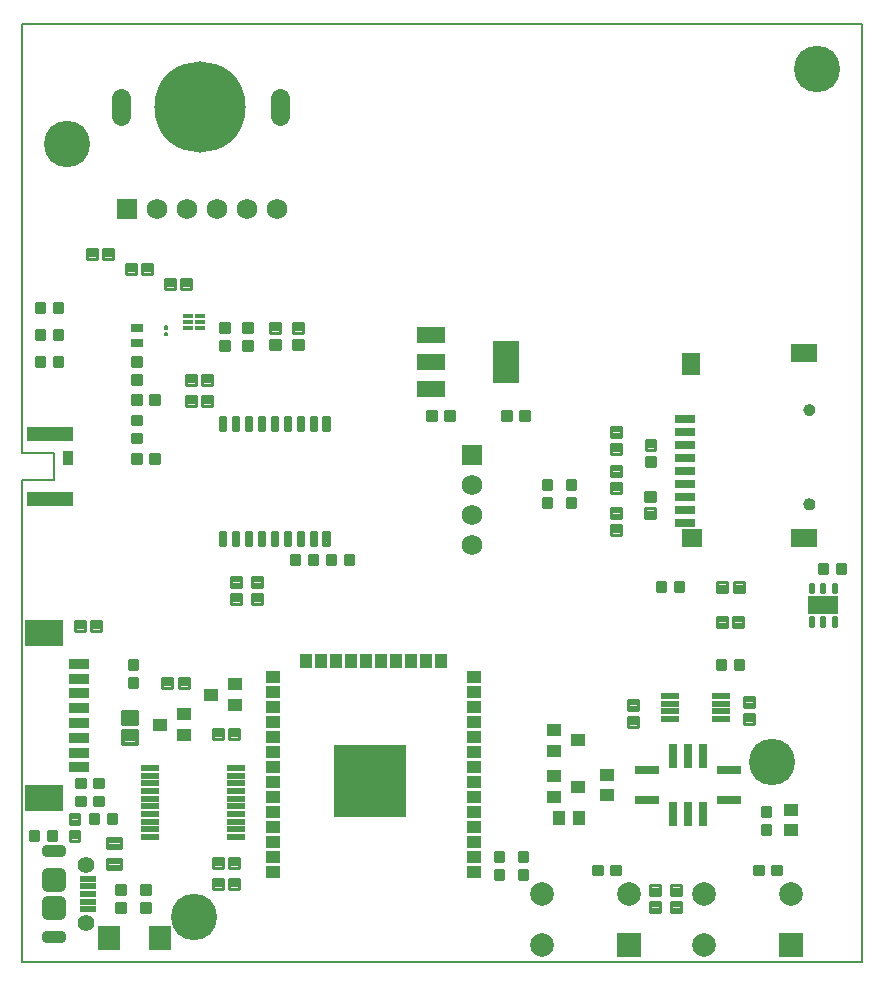
<source format=gts>
G75*
%MOIN*%
%OFA0B0*%
%FSLAX25Y25*%
%IPPOS*%
%LPD*%
%AMOC8*
5,1,8,0,0,1.08239X$1,22.5*
%
%ADD10C,0.00600*%
%ADD11R,0.05124X0.03943*%
%ADD12R,0.03943X0.05124*%
%ADD13R,0.24022X0.24022*%
%ADD14C,0.01027*%
%ADD15R,0.09849X0.06306*%
%ADD16R,0.06699X0.03156*%
%ADD17R,0.06699X0.05912*%
%ADD18R,0.09061X0.05912*%
%ADD19R,0.05912X0.07487*%
%ADD20C,0.00000*%
%ADD21C,0.03943*%
%ADD22C,0.01450*%
%ADD23R,0.03353X0.01581*%
%ADD24R,0.03353X0.05124*%
%ADD25R,0.15361X0.04928*%
%ADD26C,0.00750*%
%ADD27C,0.06400*%
%ADD28C,0.30400*%
%ADD29R,0.12605X0.09061*%
%ADD30R,0.06699X0.03550*%
%ADD31C,0.03940*%
%ADD32R,0.05715X0.01975*%
%ADD33C,0.05550*%
%ADD34C,0.04400*%
%ADD35C,0.01100*%
%ADD36C,0.00975*%
%ADD37R,0.07900X0.07900*%
%ADD38C,0.07900*%
%ADD39R,0.03943X0.03156*%
%ADD40R,0.04900X0.04400*%
%ADD41R,0.09400X0.05400*%
%ADD42R,0.08900X0.14400*%
%ADD43R,0.06306X0.01975*%
%ADD44R,0.07400X0.08400*%
%ADD45C,0.01350*%
%ADD46R,0.08274X0.03156*%
%ADD47R,0.03156X0.08274*%
%ADD48R,0.04731X0.04337*%
%ADD49R,0.04337X0.04731*%
%ADD50C,0.00850*%
%ADD51R,0.06109X0.02172*%
%ADD52R,0.06900X0.06900*%
%ADD53C,0.06900*%
%ADD54C,0.15424*%
D10*
X0011353Y0001400D02*
X0011353Y0161900D01*
X0022103Y0161900D01*
X0022103Y0170900D01*
X0011353Y0170900D01*
X0011353Y0313900D01*
X0291353Y0313900D01*
X0291353Y0001400D01*
X0011353Y0001400D01*
D11*
X0095138Y0031215D03*
X0095138Y0036215D03*
X0095138Y0041215D03*
X0095138Y0046215D03*
X0095138Y0051215D03*
X0095138Y0056215D03*
X0095138Y0061215D03*
X0095138Y0066215D03*
X0095138Y0071215D03*
X0095138Y0076215D03*
X0095138Y0081215D03*
X0095138Y0086215D03*
X0095138Y0091215D03*
X0095138Y0096215D03*
X0162068Y0096215D03*
X0162068Y0091215D03*
X0162068Y0086215D03*
X0162068Y0081215D03*
X0162068Y0076215D03*
X0162068Y0071215D03*
X0162068Y0066215D03*
X0162068Y0061215D03*
X0162068Y0056215D03*
X0162068Y0051215D03*
X0162068Y0046215D03*
X0162068Y0041215D03*
X0162068Y0036215D03*
X0162068Y0031215D03*
D12*
X0151044Y0101687D03*
X0146044Y0101687D03*
X0141044Y0101687D03*
X0136044Y0101687D03*
X0131044Y0101687D03*
X0126044Y0101687D03*
X0121044Y0101687D03*
X0116044Y0101687D03*
X0111044Y0101687D03*
X0106044Y0101687D03*
D13*
X0127264Y0061530D03*
D14*
X0274930Y0113370D02*
X0274930Y0116130D01*
X0274930Y0113370D02*
X0273902Y0113370D01*
X0273902Y0116130D01*
X0274930Y0116130D01*
X0274930Y0114396D02*
X0273902Y0114396D01*
X0273902Y0115422D02*
X0274930Y0115422D01*
X0278867Y0116130D02*
X0278867Y0113370D01*
X0277839Y0113370D01*
X0277839Y0116130D01*
X0278867Y0116130D01*
X0278867Y0114396D02*
X0277839Y0114396D01*
X0277839Y0115422D02*
X0278867Y0115422D01*
X0282804Y0116130D02*
X0282804Y0113370D01*
X0281776Y0113370D01*
X0281776Y0116130D01*
X0282804Y0116130D01*
X0282804Y0114396D02*
X0281776Y0114396D01*
X0281776Y0115422D02*
X0282804Y0115422D01*
X0281776Y0124670D02*
X0281776Y0127430D01*
X0282804Y0127430D01*
X0282804Y0124670D01*
X0281776Y0124670D01*
X0281776Y0125696D02*
X0282804Y0125696D01*
X0282804Y0126722D02*
X0281776Y0126722D01*
X0277839Y0127430D02*
X0277839Y0124670D01*
X0277839Y0127430D02*
X0278867Y0127430D01*
X0278867Y0124670D01*
X0277839Y0124670D01*
X0277839Y0125696D02*
X0278867Y0125696D01*
X0278867Y0126722D02*
X0277839Y0126722D01*
X0273902Y0127430D02*
X0273902Y0124670D01*
X0273902Y0127430D02*
X0274930Y0127430D01*
X0274930Y0124670D01*
X0273902Y0124670D01*
X0273902Y0125696D02*
X0274930Y0125696D01*
X0274930Y0126722D02*
X0273902Y0126722D01*
D15*
X0278353Y0120400D03*
D16*
X0232353Y0147613D03*
X0232353Y0151943D03*
X0232353Y0156274D03*
X0232353Y0160605D03*
X0232353Y0164935D03*
X0232353Y0169266D03*
X0232353Y0173597D03*
X0232353Y0177928D03*
X0232353Y0182258D03*
D17*
X0234715Y0142494D03*
D18*
X0272117Y0142494D03*
X0272117Y0204306D03*
D19*
X0234322Y0200762D03*
D20*
X0271920Y0185408D02*
X0271922Y0185492D01*
X0271928Y0185575D01*
X0271938Y0185658D01*
X0271952Y0185741D01*
X0271969Y0185823D01*
X0271991Y0185904D01*
X0272016Y0185983D01*
X0272045Y0186062D01*
X0272078Y0186139D01*
X0272114Y0186214D01*
X0272154Y0186288D01*
X0272197Y0186360D01*
X0272244Y0186429D01*
X0272294Y0186496D01*
X0272347Y0186561D01*
X0272403Y0186623D01*
X0272461Y0186683D01*
X0272523Y0186740D01*
X0272587Y0186793D01*
X0272654Y0186844D01*
X0272723Y0186891D01*
X0272794Y0186936D01*
X0272867Y0186976D01*
X0272942Y0187013D01*
X0273019Y0187047D01*
X0273097Y0187077D01*
X0273176Y0187103D01*
X0273257Y0187126D01*
X0273339Y0187144D01*
X0273421Y0187159D01*
X0273504Y0187170D01*
X0273587Y0187177D01*
X0273671Y0187180D01*
X0273755Y0187179D01*
X0273838Y0187174D01*
X0273922Y0187165D01*
X0274004Y0187152D01*
X0274086Y0187136D01*
X0274167Y0187115D01*
X0274248Y0187091D01*
X0274326Y0187063D01*
X0274404Y0187031D01*
X0274480Y0186995D01*
X0274554Y0186956D01*
X0274626Y0186914D01*
X0274696Y0186868D01*
X0274764Y0186819D01*
X0274829Y0186767D01*
X0274892Y0186712D01*
X0274952Y0186654D01*
X0275010Y0186593D01*
X0275064Y0186529D01*
X0275116Y0186463D01*
X0275164Y0186395D01*
X0275209Y0186324D01*
X0275250Y0186251D01*
X0275289Y0186177D01*
X0275323Y0186101D01*
X0275354Y0186023D01*
X0275381Y0185944D01*
X0275405Y0185863D01*
X0275424Y0185782D01*
X0275440Y0185700D01*
X0275452Y0185617D01*
X0275460Y0185533D01*
X0275464Y0185450D01*
X0275464Y0185366D01*
X0275460Y0185283D01*
X0275452Y0185199D01*
X0275440Y0185116D01*
X0275424Y0185034D01*
X0275405Y0184953D01*
X0275381Y0184872D01*
X0275354Y0184793D01*
X0275323Y0184715D01*
X0275289Y0184639D01*
X0275250Y0184565D01*
X0275209Y0184492D01*
X0275164Y0184421D01*
X0275116Y0184353D01*
X0275064Y0184287D01*
X0275010Y0184223D01*
X0274952Y0184162D01*
X0274892Y0184104D01*
X0274829Y0184049D01*
X0274764Y0183997D01*
X0274696Y0183948D01*
X0274626Y0183902D01*
X0274554Y0183860D01*
X0274480Y0183821D01*
X0274404Y0183785D01*
X0274326Y0183753D01*
X0274248Y0183725D01*
X0274167Y0183701D01*
X0274086Y0183680D01*
X0274004Y0183664D01*
X0273922Y0183651D01*
X0273838Y0183642D01*
X0273755Y0183637D01*
X0273671Y0183636D01*
X0273587Y0183639D01*
X0273504Y0183646D01*
X0273421Y0183657D01*
X0273339Y0183672D01*
X0273257Y0183690D01*
X0273176Y0183713D01*
X0273097Y0183739D01*
X0273019Y0183769D01*
X0272942Y0183803D01*
X0272867Y0183840D01*
X0272794Y0183880D01*
X0272723Y0183925D01*
X0272654Y0183972D01*
X0272587Y0184023D01*
X0272523Y0184076D01*
X0272461Y0184133D01*
X0272403Y0184193D01*
X0272347Y0184255D01*
X0272294Y0184320D01*
X0272244Y0184387D01*
X0272197Y0184456D01*
X0272154Y0184528D01*
X0272114Y0184602D01*
X0272078Y0184677D01*
X0272045Y0184754D01*
X0272016Y0184833D01*
X0271991Y0184912D01*
X0271969Y0184993D01*
X0271952Y0185075D01*
X0271938Y0185158D01*
X0271928Y0185241D01*
X0271922Y0185324D01*
X0271920Y0185408D01*
X0271920Y0153912D02*
X0271922Y0153996D01*
X0271928Y0154079D01*
X0271938Y0154162D01*
X0271952Y0154245D01*
X0271969Y0154327D01*
X0271991Y0154408D01*
X0272016Y0154487D01*
X0272045Y0154566D01*
X0272078Y0154643D01*
X0272114Y0154718D01*
X0272154Y0154792D01*
X0272197Y0154864D01*
X0272244Y0154933D01*
X0272294Y0155000D01*
X0272347Y0155065D01*
X0272403Y0155127D01*
X0272461Y0155187D01*
X0272523Y0155244D01*
X0272587Y0155297D01*
X0272654Y0155348D01*
X0272723Y0155395D01*
X0272794Y0155440D01*
X0272867Y0155480D01*
X0272942Y0155517D01*
X0273019Y0155551D01*
X0273097Y0155581D01*
X0273176Y0155607D01*
X0273257Y0155630D01*
X0273339Y0155648D01*
X0273421Y0155663D01*
X0273504Y0155674D01*
X0273587Y0155681D01*
X0273671Y0155684D01*
X0273755Y0155683D01*
X0273838Y0155678D01*
X0273922Y0155669D01*
X0274004Y0155656D01*
X0274086Y0155640D01*
X0274167Y0155619D01*
X0274248Y0155595D01*
X0274326Y0155567D01*
X0274404Y0155535D01*
X0274480Y0155499D01*
X0274554Y0155460D01*
X0274626Y0155418D01*
X0274696Y0155372D01*
X0274764Y0155323D01*
X0274829Y0155271D01*
X0274892Y0155216D01*
X0274952Y0155158D01*
X0275010Y0155097D01*
X0275064Y0155033D01*
X0275116Y0154967D01*
X0275164Y0154899D01*
X0275209Y0154828D01*
X0275250Y0154755D01*
X0275289Y0154681D01*
X0275323Y0154605D01*
X0275354Y0154527D01*
X0275381Y0154448D01*
X0275405Y0154367D01*
X0275424Y0154286D01*
X0275440Y0154204D01*
X0275452Y0154121D01*
X0275460Y0154037D01*
X0275464Y0153954D01*
X0275464Y0153870D01*
X0275460Y0153787D01*
X0275452Y0153703D01*
X0275440Y0153620D01*
X0275424Y0153538D01*
X0275405Y0153457D01*
X0275381Y0153376D01*
X0275354Y0153297D01*
X0275323Y0153219D01*
X0275289Y0153143D01*
X0275250Y0153069D01*
X0275209Y0152996D01*
X0275164Y0152925D01*
X0275116Y0152857D01*
X0275064Y0152791D01*
X0275010Y0152727D01*
X0274952Y0152666D01*
X0274892Y0152608D01*
X0274829Y0152553D01*
X0274764Y0152501D01*
X0274696Y0152452D01*
X0274626Y0152406D01*
X0274554Y0152364D01*
X0274480Y0152325D01*
X0274404Y0152289D01*
X0274326Y0152257D01*
X0274248Y0152229D01*
X0274167Y0152205D01*
X0274086Y0152184D01*
X0274004Y0152168D01*
X0273922Y0152155D01*
X0273838Y0152146D01*
X0273755Y0152141D01*
X0273671Y0152140D01*
X0273587Y0152143D01*
X0273504Y0152150D01*
X0273421Y0152161D01*
X0273339Y0152176D01*
X0273257Y0152194D01*
X0273176Y0152217D01*
X0273097Y0152243D01*
X0273019Y0152273D01*
X0272942Y0152307D01*
X0272867Y0152344D01*
X0272794Y0152384D01*
X0272723Y0152429D01*
X0272654Y0152476D01*
X0272587Y0152527D01*
X0272523Y0152580D01*
X0272461Y0152637D01*
X0272403Y0152697D01*
X0272347Y0152759D01*
X0272294Y0152824D01*
X0272244Y0152891D01*
X0272197Y0152960D01*
X0272154Y0153032D01*
X0272114Y0153106D01*
X0272078Y0153181D01*
X0272045Y0153258D01*
X0272016Y0153337D01*
X0271991Y0153416D01*
X0271969Y0153497D01*
X0271952Y0153579D01*
X0271938Y0153662D01*
X0271928Y0153745D01*
X0271922Y0153828D01*
X0271920Y0153912D01*
X0022034Y0161872D02*
X0011404Y0161872D01*
X0011404Y0127817D01*
X0022034Y0161872D02*
X0022034Y0170928D01*
X0011404Y0170928D01*
X0011404Y0186872D01*
D21*
X0273692Y0185408D03*
X0273692Y0153912D03*
D22*
X0112201Y0144281D02*
X0112201Y0140331D01*
X0112201Y0144281D02*
X0113651Y0144281D01*
X0113651Y0140331D01*
X0112201Y0140331D01*
X0112201Y0141780D02*
X0113651Y0141780D01*
X0113651Y0143229D02*
X0112201Y0143229D01*
X0107870Y0144281D02*
X0107870Y0140331D01*
X0107870Y0144281D02*
X0109320Y0144281D01*
X0109320Y0140331D01*
X0107870Y0140331D01*
X0107870Y0141780D02*
X0109320Y0141780D01*
X0109320Y0143229D02*
X0107870Y0143229D01*
X0103539Y0144281D02*
X0103539Y0140331D01*
X0103539Y0144281D02*
X0104989Y0144281D01*
X0104989Y0140331D01*
X0103539Y0140331D01*
X0103539Y0141780D02*
X0104989Y0141780D01*
X0104989Y0143229D02*
X0103539Y0143229D01*
X0099209Y0144281D02*
X0099209Y0140331D01*
X0099209Y0144281D02*
X0100659Y0144281D01*
X0100659Y0140331D01*
X0099209Y0140331D01*
X0099209Y0141780D02*
X0100659Y0141780D01*
X0100659Y0143229D02*
X0099209Y0143229D01*
X0094878Y0144281D02*
X0094878Y0140331D01*
X0094878Y0144281D02*
X0096328Y0144281D01*
X0096328Y0140331D01*
X0094878Y0140331D01*
X0094878Y0141780D02*
X0096328Y0141780D01*
X0096328Y0143229D02*
X0094878Y0143229D01*
X0090547Y0144281D02*
X0090547Y0140331D01*
X0090547Y0144281D02*
X0091997Y0144281D01*
X0091997Y0140331D01*
X0090547Y0140331D01*
X0090547Y0141780D02*
X0091997Y0141780D01*
X0091997Y0143229D02*
X0090547Y0143229D01*
X0086217Y0144281D02*
X0086217Y0140331D01*
X0086217Y0144281D02*
X0087667Y0144281D01*
X0087667Y0140331D01*
X0086217Y0140331D01*
X0086217Y0141780D02*
X0087667Y0141780D01*
X0087667Y0143229D02*
X0086217Y0143229D01*
X0081886Y0144281D02*
X0081886Y0140331D01*
X0081886Y0144281D02*
X0083336Y0144281D01*
X0083336Y0140331D01*
X0081886Y0140331D01*
X0081886Y0141780D02*
X0083336Y0141780D01*
X0083336Y0143229D02*
X0081886Y0143229D01*
X0077555Y0144281D02*
X0077555Y0140331D01*
X0077555Y0144281D02*
X0079005Y0144281D01*
X0079005Y0140331D01*
X0077555Y0140331D01*
X0077555Y0141780D02*
X0079005Y0141780D01*
X0079005Y0143229D02*
X0077555Y0143229D01*
X0077555Y0178519D02*
X0077555Y0182469D01*
X0079005Y0182469D01*
X0079005Y0178519D01*
X0077555Y0178519D01*
X0077555Y0179968D02*
X0079005Y0179968D01*
X0079005Y0181417D02*
X0077555Y0181417D01*
X0081886Y0182469D02*
X0081886Y0178519D01*
X0081886Y0182469D02*
X0083336Y0182469D01*
X0083336Y0178519D01*
X0081886Y0178519D01*
X0081886Y0179968D02*
X0083336Y0179968D01*
X0083336Y0181417D02*
X0081886Y0181417D01*
X0086217Y0182469D02*
X0086217Y0178519D01*
X0086217Y0182469D02*
X0087667Y0182469D01*
X0087667Y0178519D01*
X0086217Y0178519D01*
X0086217Y0179968D02*
X0087667Y0179968D01*
X0087667Y0181417D02*
X0086217Y0181417D01*
X0090547Y0182469D02*
X0090547Y0178519D01*
X0090547Y0182469D02*
X0091997Y0182469D01*
X0091997Y0178519D01*
X0090547Y0178519D01*
X0090547Y0179968D02*
X0091997Y0179968D01*
X0091997Y0181417D02*
X0090547Y0181417D01*
X0094878Y0182469D02*
X0094878Y0178519D01*
X0094878Y0182469D02*
X0096328Y0182469D01*
X0096328Y0178519D01*
X0094878Y0178519D01*
X0094878Y0179968D02*
X0096328Y0179968D01*
X0096328Y0181417D02*
X0094878Y0181417D01*
X0099209Y0182469D02*
X0099209Y0178519D01*
X0099209Y0182469D02*
X0100659Y0182469D01*
X0100659Y0178519D01*
X0099209Y0178519D01*
X0099209Y0179968D02*
X0100659Y0179968D01*
X0100659Y0181417D02*
X0099209Y0181417D01*
X0103539Y0182469D02*
X0103539Y0178519D01*
X0103539Y0182469D02*
X0104989Y0182469D01*
X0104989Y0178519D01*
X0103539Y0178519D01*
X0103539Y0179968D02*
X0104989Y0179968D01*
X0104989Y0181417D02*
X0103539Y0181417D01*
X0107870Y0182469D02*
X0107870Y0178519D01*
X0107870Y0182469D02*
X0109320Y0182469D01*
X0109320Y0178519D01*
X0107870Y0178519D01*
X0107870Y0179968D02*
X0109320Y0179968D01*
X0109320Y0181417D02*
X0107870Y0181417D01*
X0112201Y0182469D02*
X0112201Y0178519D01*
X0112201Y0182469D02*
X0113651Y0182469D01*
X0113651Y0178519D01*
X0112201Y0178519D01*
X0112201Y0179968D02*
X0113651Y0179968D01*
X0113651Y0181417D02*
X0112201Y0181417D01*
D23*
X0070572Y0212681D03*
X0070572Y0214650D03*
X0070572Y0216619D03*
X0066634Y0216619D03*
X0066634Y0214650D03*
X0066634Y0212681D03*
D24*
X0026857Y0169156D03*
D25*
X0020853Y0177128D03*
X0020853Y0155672D03*
D26*
X0059803Y0210175D02*
X0059803Y0210925D01*
X0059803Y0210175D02*
X0058903Y0210175D01*
X0058903Y0210925D01*
X0059803Y0210925D01*
X0059803Y0210924D02*
X0058903Y0210924D01*
X0059803Y0212375D02*
X0059803Y0213125D01*
X0059803Y0212375D02*
X0058903Y0212375D01*
X0058903Y0213125D01*
X0059803Y0213125D01*
X0059803Y0213124D02*
X0058903Y0213124D01*
D27*
X0044353Y0283150D02*
X0044353Y0289150D01*
X0097353Y0289150D02*
X0097353Y0283150D01*
D28*
X0070853Y0286150D03*
D29*
X0018849Y0110861D03*
X0018849Y0055939D03*
D30*
X0030503Y0066176D03*
X0030503Y0071097D03*
X0030503Y0076018D03*
X0030503Y0080939D03*
X0030503Y0085861D03*
X0030503Y0090782D03*
X0030503Y0095703D03*
X0030503Y0100624D03*
D31*
X0024073Y0026654D02*
X0020133Y0026654D01*
X0020133Y0030594D01*
X0024073Y0030594D01*
X0024073Y0026654D01*
X0024073Y0030593D02*
X0020133Y0030593D01*
X0020133Y0017206D02*
X0024073Y0017206D01*
X0020133Y0017206D02*
X0020133Y0021146D01*
X0024073Y0021146D01*
X0024073Y0017206D01*
X0024073Y0021145D02*
X0020133Y0021145D01*
D32*
X0033422Y0021341D03*
X0033422Y0023900D03*
X0033422Y0026459D03*
X0033422Y0029018D03*
X0033422Y0018782D03*
D33*
X0032851Y0014353D03*
X0032851Y0033447D03*
D34*
X0024003Y0038172D03*
X0022003Y0038172D03*
X0020003Y0038172D03*
X0020003Y0009628D03*
X0022003Y0009628D03*
X0024003Y0009628D03*
D35*
X0044417Y0032246D02*
X0044417Y0035546D01*
X0044417Y0032246D02*
X0039617Y0032246D01*
X0039617Y0035546D01*
X0044417Y0035546D01*
X0044417Y0033345D02*
X0039617Y0033345D01*
X0039617Y0034444D02*
X0044417Y0034444D01*
X0044417Y0035543D02*
X0039617Y0035543D01*
X0044417Y0039246D02*
X0044417Y0042546D01*
X0044417Y0039246D02*
X0039617Y0039246D01*
X0039617Y0042546D01*
X0044417Y0042546D01*
X0044417Y0040345D02*
X0039617Y0040345D01*
X0039617Y0041444D02*
X0044417Y0041444D01*
X0044417Y0042543D02*
X0039617Y0042543D01*
X0027203Y0041713D02*
X0027203Y0045013D01*
X0030503Y0045013D01*
X0030503Y0041713D01*
X0027203Y0041713D01*
X0027203Y0042812D02*
X0030503Y0042812D01*
X0030503Y0043911D02*
X0027203Y0043911D01*
X0027203Y0045010D02*
X0030503Y0045010D01*
X0027203Y0047287D02*
X0027203Y0050587D01*
X0030503Y0050587D01*
X0030503Y0047287D01*
X0027203Y0047287D01*
X0027203Y0048386D02*
X0030503Y0048386D01*
X0030503Y0049485D02*
X0027203Y0049485D01*
X0027203Y0050584D02*
X0030503Y0050584D01*
X0058166Y0092750D02*
X0061466Y0092750D01*
X0058166Y0092750D02*
X0058166Y0096050D01*
X0061466Y0096050D01*
X0061466Y0092750D01*
X0061466Y0093849D02*
X0058166Y0093849D01*
X0058166Y0094948D02*
X0061466Y0094948D01*
X0061466Y0096047D02*
X0058166Y0096047D01*
X0063740Y0092750D02*
X0067040Y0092750D01*
X0063740Y0092750D02*
X0063740Y0096050D01*
X0067040Y0096050D01*
X0067040Y0092750D01*
X0067040Y0093849D02*
X0063740Y0093849D01*
X0063740Y0094948D02*
X0067040Y0094948D01*
X0067040Y0096047D02*
X0063740Y0096047D01*
X0074916Y0075750D02*
X0078216Y0075750D01*
X0074916Y0075750D02*
X0074916Y0079050D01*
X0078216Y0079050D01*
X0078216Y0075750D01*
X0078216Y0076849D02*
X0074916Y0076849D01*
X0074916Y0077948D02*
X0078216Y0077948D01*
X0078216Y0079047D02*
X0074916Y0079047D01*
X0080490Y0075750D02*
X0083790Y0075750D01*
X0080490Y0075750D02*
X0080490Y0079050D01*
X0083790Y0079050D01*
X0083790Y0075750D01*
X0083790Y0076849D02*
X0080490Y0076849D01*
X0080490Y0077948D02*
X0083790Y0077948D01*
X0083790Y0079047D02*
X0080490Y0079047D01*
X0080953Y0120713D02*
X0080953Y0124013D01*
X0084253Y0124013D01*
X0084253Y0120713D01*
X0080953Y0120713D01*
X0080953Y0121812D02*
X0084253Y0121812D01*
X0084253Y0122911D02*
X0080953Y0122911D01*
X0080953Y0124010D02*
X0084253Y0124010D01*
X0080953Y0126287D02*
X0080953Y0129587D01*
X0084253Y0129587D01*
X0084253Y0126287D01*
X0080953Y0126287D01*
X0080953Y0127386D02*
X0084253Y0127386D01*
X0084253Y0128485D02*
X0080953Y0128485D01*
X0080953Y0129584D02*
X0084253Y0129584D01*
X0087953Y0129587D02*
X0087953Y0126287D01*
X0087953Y0129587D02*
X0091253Y0129587D01*
X0091253Y0126287D01*
X0087953Y0126287D01*
X0087953Y0127386D02*
X0091253Y0127386D01*
X0091253Y0128485D02*
X0087953Y0128485D01*
X0087953Y0129584D02*
X0091253Y0129584D01*
X0087953Y0124013D02*
X0087953Y0120713D01*
X0087953Y0124013D02*
X0091253Y0124013D01*
X0091253Y0120713D01*
X0087953Y0120713D01*
X0087953Y0121812D02*
X0091253Y0121812D01*
X0091253Y0122911D02*
X0087953Y0122911D01*
X0087953Y0124010D02*
X0091253Y0124010D01*
X0037790Y0111750D02*
X0034490Y0111750D01*
X0034490Y0115050D01*
X0037790Y0115050D01*
X0037790Y0111750D01*
X0037790Y0112849D02*
X0034490Y0112849D01*
X0034490Y0113948D02*
X0037790Y0113948D01*
X0037790Y0115047D02*
X0034490Y0115047D01*
X0032216Y0111750D02*
X0028916Y0111750D01*
X0028916Y0115050D01*
X0032216Y0115050D01*
X0032216Y0111750D01*
X0032216Y0112849D02*
X0028916Y0112849D01*
X0028916Y0113948D02*
X0032216Y0113948D01*
X0032216Y0115047D02*
X0028916Y0115047D01*
X0065916Y0186750D02*
X0069216Y0186750D01*
X0065916Y0186750D02*
X0065916Y0190050D01*
X0069216Y0190050D01*
X0069216Y0186750D01*
X0069216Y0187849D02*
X0065916Y0187849D01*
X0065916Y0188948D02*
X0069216Y0188948D01*
X0069216Y0190047D02*
X0065916Y0190047D01*
X0065916Y0193750D02*
X0069216Y0193750D01*
X0065916Y0193750D02*
X0065916Y0197050D01*
X0069216Y0197050D01*
X0069216Y0193750D01*
X0069216Y0194849D02*
X0065916Y0194849D01*
X0065916Y0195948D02*
X0069216Y0195948D01*
X0069216Y0197047D02*
X0065916Y0197047D01*
X0071490Y0193750D02*
X0074790Y0193750D01*
X0071490Y0193750D02*
X0071490Y0197050D01*
X0074790Y0197050D01*
X0074790Y0193750D01*
X0074790Y0194849D02*
X0071490Y0194849D01*
X0071490Y0195948D02*
X0074790Y0195948D01*
X0074790Y0197047D02*
X0071490Y0197047D01*
X0071490Y0186750D02*
X0074790Y0186750D01*
X0071490Y0186750D02*
X0071490Y0190050D01*
X0074790Y0190050D01*
X0074790Y0186750D01*
X0074790Y0187849D02*
X0071490Y0187849D01*
X0071490Y0188948D02*
X0074790Y0188948D01*
X0074790Y0190047D02*
X0071490Y0190047D01*
X0097253Y0205463D02*
X0097253Y0208763D01*
X0097253Y0205463D02*
X0093953Y0205463D01*
X0093953Y0208763D01*
X0097253Y0208763D01*
X0097253Y0206562D02*
X0093953Y0206562D01*
X0093953Y0207661D02*
X0097253Y0207661D01*
X0097253Y0208760D02*
X0093953Y0208760D01*
X0097253Y0211037D02*
X0097253Y0214337D01*
X0097253Y0211037D02*
X0093953Y0211037D01*
X0093953Y0214337D01*
X0097253Y0214337D01*
X0097253Y0212136D02*
X0093953Y0212136D01*
X0093953Y0213235D02*
X0097253Y0213235D01*
X0097253Y0214334D02*
X0093953Y0214334D01*
X0105003Y0214337D02*
X0105003Y0211037D01*
X0101703Y0211037D01*
X0101703Y0214337D01*
X0105003Y0214337D01*
X0105003Y0212136D02*
X0101703Y0212136D01*
X0101703Y0213235D02*
X0105003Y0213235D01*
X0105003Y0214334D02*
X0101703Y0214334D01*
X0105003Y0208763D02*
X0105003Y0205463D01*
X0101703Y0205463D01*
X0101703Y0208763D01*
X0105003Y0208763D01*
X0105003Y0206562D02*
X0101703Y0206562D01*
X0101703Y0207661D02*
X0105003Y0207661D01*
X0105003Y0208760D02*
X0101703Y0208760D01*
X0067790Y0225750D02*
X0064490Y0225750D01*
X0064490Y0229050D01*
X0067790Y0229050D01*
X0067790Y0225750D01*
X0067790Y0226849D02*
X0064490Y0226849D01*
X0064490Y0227948D02*
X0067790Y0227948D01*
X0067790Y0229047D02*
X0064490Y0229047D01*
X0062216Y0225750D02*
X0058916Y0225750D01*
X0058916Y0229050D01*
X0062216Y0229050D01*
X0062216Y0225750D01*
X0062216Y0226849D02*
X0058916Y0226849D01*
X0058916Y0227948D02*
X0062216Y0227948D01*
X0062216Y0229047D02*
X0058916Y0229047D01*
X0054790Y0230750D02*
X0051490Y0230750D01*
X0051490Y0234050D01*
X0054790Y0234050D01*
X0054790Y0230750D01*
X0054790Y0231849D02*
X0051490Y0231849D01*
X0051490Y0232948D02*
X0054790Y0232948D01*
X0054790Y0234047D02*
X0051490Y0234047D01*
X0049216Y0230750D02*
X0045916Y0230750D01*
X0045916Y0234050D01*
X0049216Y0234050D01*
X0049216Y0230750D01*
X0049216Y0231849D02*
X0045916Y0231849D01*
X0045916Y0232948D02*
X0049216Y0232948D01*
X0049216Y0234047D02*
X0045916Y0234047D01*
X0041790Y0235750D02*
X0038490Y0235750D01*
X0038490Y0239050D01*
X0041790Y0239050D01*
X0041790Y0235750D01*
X0041790Y0236849D02*
X0038490Y0236849D01*
X0038490Y0237948D02*
X0041790Y0237948D01*
X0041790Y0239047D02*
X0038490Y0239047D01*
X0036216Y0235750D02*
X0032916Y0235750D01*
X0032916Y0239050D01*
X0036216Y0239050D01*
X0036216Y0235750D01*
X0036216Y0236849D02*
X0032916Y0236849D01*
X0032916Y0237948D02*
X0036216Y0237948D01*
X0036216Y0239047D02*
X0032916Y0239047D01*
X0207703Y0179587D02*
X0207703Y0176287D01*
X0207703Y0179587D02*
X0211003Y0179587D01*
X0211003Y0176287D01*
X0207703Y0176287D01*
X0207703Y0177386D02*
X0211003Y0177386D01*
X0211003Y0178485D02*
X0207703Y0178485D01*
X0207703Y0179584D02*
X0211003Y0179584D01*
X0207703Y0174013D02*
X0207703Y0170713D01*
X0207703Y0174013D02*
X0211003Y0174013D01*
X0211003Y0170713D01*
X0207703Y0170713D01*
X0207703Y0171812D02*
X0211003Y0171812D01*
X0211003Y0172911D02*
X0207703Y0172911D01*
X0207703Y0174010D02*
X0211003Y0174010D01*
X0207703Y0166587D02*
X0207703Y0163287D01*
X0207703Y0166587D02*
X0211003Y0166587D01*
X0211003Y0163287D01*
X0207703Y0163287D01*
X0207703Y0164386D02*
X0211003Y0164386D01*
X0211003Y0165485D02*
X0207703Y0165485D01*
X0207703Y0166584D02*
X0211003Y0166584D01*
X0207703Y0161013D02*
X0207703Y0157713D01*
X0207703Y0161013D02*
X0211003Y0161013D01*
X0211003Y0157713D01*
X0207703Y0157713D01*
X0207703Y0158812D02*
X0211003Y0158812D01*
X0211003Y0159911D02*
X0207703Y0159911D01*
X0207703Y0161010D02*
X0211003Y0161010D01*
X0218953Y0158087D02*
X0218953Y0154787D01*
X0218953Y0158087D02*
X0222253Y0158087D01*
X0222253Y0154787D01*
X0218953Y0154787D01*
X0218953Y0155886D02*
X0222253Y0155886D01*
X0222253Y0156985D02*
X0218953Y0156985D01*
X0218953Y0158084D02*
X0222253Y0158084D01*
X0218953Y0152513D02*
X0218953Y0149213D01*
X0218953Y0152513D02*
X0222253Y0152513D01*
X0222253Y0149213D01*
X0218953Y0149213D01*
X0218953Y0150312D02*
X0222253Y0150312D01*
X0222253Y0151411D02*
X0218953Y0151411D01*
X0218953Y0152510D02*
X0222253Y0152510D01*
X0211003Y0152587D02*
X0211003Y0149287D01*
X0207703Y0149287D01*
X0207703Y0152587D01*
X0211003Y0152587D01*
X0211003Y0150386D02*
X0207703Y0150386D01*
X0207703Y0151485D02*
X0211003Y0151485D01*
X0211003Y0152584D02*
X0207703Y0152584D01*
X0211003Y0147013D02*
X0211003Y0143713D01*
X0207703Y0143713D01*
X0207703Y0147013D01*
X0211003Y0147013D01*
X0211003Y0144812D02*
X0207703Y0144812D01*
X0207703Y0145911D02*
X0211003Y0145911D01*
X0211003Y0147010D02*
X0207703Y0147010D01*
X0219203Y0166463D02*
X0219203Y0169763D01*
X0222503Y0169763D01*
X0222503Y0166463D01*
X0219203Y0166463D01*
X0219203Y0167562D02*
X0222503Y0167562D01*
X0222503Y0168661D02*
X0219203Y0168661D01*
X0219203Y0169760D02*
X0222503Y0169760D01*
X0219203Y0172037D02*
X0219203Y0175337D01*
X0222503Y0175337D01*
X0222503Y0172037D01*
X0219203Y0172037D01*
X0219203Y0173136D02*
X0222503Y0173136D01*
X0222503Y0174235D02*
X0219203Y0174235D01*
X0219203Y0175334D02*
X0222503Y0175334D01*
X0243166Y0127800D02*
X0246466Y0127800D01*
X0246466Y0124500D01*
X0243166Y0124500D01*
X0243166Y0127800D01*
X0243166Y0125599D02*
X0246466Y0125599D01*
X0246466Y0126698D02*
X0243166Y0126698D01*
X0243166Y0127797D02*
X0246466Y0127797D01*
X0248740Y0127800D02*
X0252040Y0127800D01*
X0252040Y0124500D01*
X0248740Y0124500D01*
X0248740Y0127800D01*
X0248740Y0125599D02*
X0252040Y0125599D01*
X0252040Y0126698D02*
X0248740Y0126698D01*
X0248740Y0127797D02*
X0252040Y0127797D01*
X0251790Y0116300D02*
X0248490Y0116300D01*
X0251790Y0116300D02*
X0251790Y0113000D01*
X0248490Y0113000D01*
X0248490Y0116300D01*
X0248490Y0114099D02*
X0251790Y0114099D01*
X0251790Y0115198D02*
X0248490Y0115198D01*
X0248490Y0116297D02*
X0251790Y0116297D01*
X0246216Y0116300D02*
X0242916Y0116300D01*
X0246216Y0116300D02*
X0246216Y0113000D01*
X0242916Y0113000D01*
X0242916Y0116300D01*
X0242916Y0114099D02*
X0246216Y0114099D01*
X0246216Y0115198D02*
X0242916Y0115198D01*
X0242916Y0116297D02*
X0246216Y0116297D01*
X0251953Y0089587D02*
X0251953Y0086287D01*
X0251953Y0089587D02*
X0255253Y0089587D01*
X0255253Y0086287D01*
X0251953Y0086287D01*
X0251953Y0087386D02*
X0255253Y0087386D01*
X0255253Y0088485D02*
X0251953Y0088485D01*
X0251953Y0089584D02*
X0255253Y0089584D01*
X0251953Y0084013D02*
X0251953Y0080713D01*
X0251953Y0084013D02*
X0255253Y0084013D01*
X0255253Y0080713D01*
X0251953Y0080713D01*
X0251953Y0081812D02*
X0255253Y0081812D01*
X0255253Y0082911D02*
X0251953Y0082911D01*
X0251953Y0084010D02*
X0255253Y0084010D01*
X0216753Y0083013D02*
X0216753Y0079713D01*
X0213453Y0079713D01*
X0213453Y0083013D01*
X0216753Y0083013D01*
X0216753Y0080812D02*
X0213453Y0080812D01*
X0213453Y0081911D02*
X0216753Y0081911D01*
X0216753Y0083010D02*
X0213453Y0083010D01*
X0216753Y0085287D02*
X0216753Y0088587D01*
X0216753Y0085287D02*
X0213453Y0085287D01*
X0213453Y0088587D01*
X0216753Y0088587D01*
X0216753Y0086386D02*
X0213453Y0086386D01*
X0213453Y0087485D02*
X0216753Y0087485D01*
X0216753Y0088584D02*
X0213453Y0088584D01*
X0224003Y0026837D02*
X0224003Y0023537D01*
X0220703Y0023537D01*
X0220703Y0026837D01*
X0224003Y0026837D01*
X0224003Y0024636D02*
X0220703Y0024636D01*
X0220703Y0025735D02*
X0224003Y0025735D01*
X0224003Y0026834D02*
X0220703Y0026834D01*
X0224003Y0021263D02*
X0224003Y0017963D01*
X0220703Y0017963D01*
X0220703Y0021263D01*
X0224003Y0021263D01*
X0224003Y0019062D02*
X0220703Y0019062D01*
X0220703Y0020161D02*
X0224003Y0020161D01*
X0224003Y0021260D02*
X0220703Y0021260D01*
X0231003Y0021263D02*
X0231003Y0017963D01*
X0227703Y0017963D01*
X0227703Y0021263D01*
X0231003Y0021263D01*
X0231003Y0019062D02*
X0227703Y0019062D01*
X0227703Y0020161D02*
X0231003Y0020161D01*
X0231003Y0021260D02*
X0227703Y0021260D01*
X0231003Y0023537D02*
X0231003Y0026837D01*
X0231003Y0023537D02*
X0227703Y0023537D01*
X0227703Y0026837D01*
X0231003Y0026837D01*
X0231003Y0024636D02*
X0227703Y0024636D01*
X0227703Y0025735D02*
X0231003Y0025735D01*
X0231003Y0026834D02*
X0227703Y0026834D01*
X0083790Y0025750D02*
X0080490Y0025750D01*
X0080490Y0029050D01*
X0083790Y0029050D01*
X0083790Y0025750D01*
X0083790Y0026849D02*
X0080490Y0026849D01*
X0080490Y0027948D02*
X0083790Y0027948D01*
X0083790Y0029047D02*
X0080490Y0029047D01*
X0078216Y0025750D02*
X0074916Y0025750D01*
X0074916Y0029050D01*
X0078216Y0029050D01*
X0078216Y0025750D01*
X0078216Y0026849D02*
X0074916Y0026849D01*
X0074916Y0027948D02*
X0078216Y0027948D01*
X0078216Y0029047D02*
X0074916Y0029047D01*
X0074916Y0036050D02*
X0078216Y0036050D01*
X0078216Y0032750D01*
X0074916Y0032750D01*
X0074916Y0036050D01*
X0074916Y0033849D02*
X0078216Y0033849D01*
X0078216Y0034948D02*
X0074916Y0034948D01*
X0074916Y0036047D02*
X0078216Y0036047D01*
X0080490Y0036050D02*
X0083790Y0036050D01*
X0083790Y0032750D01*
X0080490Y0032750D01*
X0080490Y0036050D01*
X0080490Y0033849D02*
X0083790Y0033849D01*
X0083790Y0034948D02*
X0080490Y0034948D01*
X0080490Y0036047D02*
X0083790Y0036047D01*
D36*
X0054066Y0026863D02*
X0054066Y0023937D01*
X0051140Y0023937D01*
X0051140Y0026863D01*
X0054066Y0026863D01*
X0054066Y0024911D02*
X0051140Y0024911D01*
X0051140Y0025885D02*
X0054066Y0025885D01*
X0054066Y0026859D02*
X0051140Y0026859D01*
X0054066Y0020863D02*
X0054066Y0017937D01*
X0051140Y0017937D01*
X0051140Y0020863D01*
X0054066Y0020863D01*
X0054066Y0018911D02*
X0051140Y0018911D01*
X0051140Y0019885D02*
X0054066Y0019885D01*
X0054066Y0020859D02*
X0051140Y0020859D01*
X0045566Y0020863D02*
X0045566Y0017937D01*
X0042640Y0017937D01*
X0042640Y0020863D01*
X0045566Y0020863D01*
X0045566Y0018911D02*
X0042640Y0018911D01*
X0042640Y0019885D02*
X0045566Y0019885D01*
X0045566Y0020859D02*
X0042640Y0020859D01*
X0045566Y0023937D02*
X0045566Y0026863D01*
X0045566Y0023937D02*
X0042640Y0023937D01*
X0042640Y0026863D01*
X0045566Y0026863D01*
X0045566Y0024911D02*
X0042640Y0024911D01*
X0042640Y0025885D02*
X0045566Y0025885D01*
X0045566Y0026859D02*
X0042640Y0026859D01*
X0042816Y0047687D02*
X0039890Y0047687D01*
X0039890Y0050613D01*
X0042816Y0050613D01*
X0042816Y0047687D01*
X0042816Y0048661D02*
X0039890Y0048661D01*
X0039890Y0049635D02*
X0042816Y0049635D01*
X0042816Y0050609D02*
X0039890Y0050609D01*
X0036816Y0047687D02*
X0033890Y0047687D01*
X0033890Y0050613D01*
X0036816Y0050613D01*
X0036816Y0047687D01*
X0036816Y0048661D02*
X0033890Y0048661D01*
X0033890Y0049635D02*
X0036816Y0049635D01*
X0036816Y0050609D02*
X0033890Y0050609D01*
X0035390Y0053437D02*
X0038316Y0053437D01*
X0035390Y0053437D02*
X0035390Y0056363D01*
X0038316Y0056363D01*
X0038316Y0053437D01*
X0038316Y0054411D02*
X0035390Y0054411D01*
X0035390Y0055385D02*
X0038316Y0055385D01*
X0038316Y0056359D02*
X0035390Y0056359D01*
X0032316Y0053437D02*
X0029390Y0053437D01*
X0029390Y0056363D01*
X0032316Y0056363D01*
X0032316Y0053437D01*
X0032316Y0054411D02*
X0029390Y0054411D01*
X0029390Y0055385D02*
X0032316Y0055385D01*
X0032316Y0056359D02*
X0029390Y0056359D01*
X0029390Y0059437D02*
X0032316Y0059437D01*
X0029390Y0059437D02*
X0029390Y0062363D01*
X0032316Y0062363D01*
X0032316Y0059437D01*
X0032316Y0060411D02*
X0029390Y0060411D01*
X0029390Y0061385D02*
X0032316Y0061385D01*
X0032316Y0062359D02*
X0029390Y0062359D01*
X0035390Y0059437D02*
X0038316Y0059437D01*
X0035390Y0059437D02*
X0035390Y0062363D01*
X0038316Y0062363D01*
X0038316Y0059437D01*
X0038316Y0060411D02*
X0035390Y0060411D01*
X0035390Y0061385D02*
X0038316Y0061385D01*
X0038316Y0062359D02*
X0035390Y0062359D01*
X0046890Y0092937D02*
X0046890Y0095863D01*
X0049816Y0095863D01*
X0049816Y0092937D01*
X0046890Y0092937D01*
X0046890Y0093911D02*
X0049816Y0093911D01*
X0049816Y0094885D02*
X0046890Y0094885D01*
X0046890Y0095859D02*
X0049816Y0095859D01*
X0046890Y0098937D02*
X0046890Y0101863D01*
X0049816Y0101863D01*
X0049816Y0098937D01*
X0046890Y0098937D01*
X0046890Y0099911D02*
X0049816Y0099911D01*
X0049816Y0100885D02*
X0046890Y0100885D01*
X0046890Y0101859D02*
X0049816Y0101859D01*
X0100890Y0133937D02*
X0103816Y0133937D01*
X0100890Y0133937D02*
X0100890Y0136863D01*
X0103816Y0136863D01*
X0103816Y0133937D01*
X0103816Y0134911D02*
X0100890Y0134911D01*
X0100890Y0135885D02*
X0103816Y0135885D01*
X0103816Y0136859D02*
X0100890Y0136859D01*
X0106890Y0133937D02*
X0109816Y0133937D01*
X0106890Y0133937D02*
X0106890Y0136863D01*
X0109816Y0136863D01*
X0109816Y0133937D01*
X0109816Y0134911D02*
X0106890Y0134911D01*
X0106890Y0135885D02*
X0109816Y0135885D01*
X0109816Y0136859D02*
X0106890Y0136859D01*
X0112890Y0136863D02*
X0115816Y0136863D01*
X0115816Y0133937D01*
X0112890Y0133937D01*
X0112890Y0136863D01*
X0112890Y0134911D02*
X0115816Y0134911D01*
X0115816Y0135885D02*
X0112890Y0135885D01*
X0112890Y0136859D02*
X0115816Y0136859D01*
X0118890Y0136863D02*
X0121816Y0136863D01*
X0121816Y0133937D01*
X0118890Y0133937D01*
X0118890Y0136863D01*
X0118890Y0134911D02*
X0121816Y0134911D01*
X0121816Y0135885D02*
X0118890Y0135885D01*
X0118890Y0136859D02*
X0121816Y0136859D01*
X0146390Y0184863D02*
X0149316Y0184863D01*
X0149316Y0181937D01*
X0146390Y0181937D01*
X0146390Y0184863D01*
X0146390Y0182911D02*
X0149316Y0182911D01*
X0149316Y0183885D02*
X0146390Y0183885D01*
X0146390Y0184859D02*
X0149316Y0184859D01*
X0152390Y0184863D02*
X0155316Y0184863D01*
X0155316Y0181937D01*
X0152390Y0181937D01*
X0152390Y0184863D01*
X0152390Y0182911D02*
X0155316Y0182911D01*
X0155316Y0183885D02*
X0152390Y0183885D01*
X0152390Y0184859D02*
X0155316Y0184859D01*
X0171390Y0184863D02*
X0174316Y0184863D01*
X0174316Y0181937D01*
X0171390Y0181937D01*
X0171390Y0184863D01*
X0171390Y0182911D02*
X0174316Y0182911D01*
X0174316Y0183885D02*
X0171390Y0183885D01*
X0171390Y0184859D02*
X0174316Y0184859D01*
X0177390Y0184863D02*
X0180316Y0184863D01*
X0180316Y0181937D01*
X0177390Y0181937D01*
X0177390Y0184863D01*
X0177390Y0182911D02*
X0180316Y0182911D01*
X0180316Y0183885D02*
X0177390Y0183885D01*
X0177390Y0184859D02*
X0180316Y0184859D01*
X0187816Y0161863D02*
X0187816Y0158937D01*
X0184890Y0158937D01*
X0184890Y0161863D01*
X0187816Y0161863D01*
X0187816Y0159911D02*
X0184890Y0159911D01*
X0184890Y0160885D02*
X0187816Y0160885D01*
X0187816Y0161859D02*
X0184890Y0161859D01*
X0187816Y0155863D02*
X0187816Y0152937D01*
X0184890Y0152937D01*
X0184890Y0155863D01*
X0187816Y0155863D01*
X0187816Y0153911D02*
X0184890Y0153911D01*
X0184890Y0154885D02*
X0187816Y0154885D01*
X0187816Y0155859D02*
X0184890Y0155859D01*
X0195816Y0155863D02*
X0195816Y0152937D01*
X0192890Y0152937D01*
X0192890Y0155863D01*
X0195816Y0155863D01*
X0195816Y0153911D02*
X0192890Y0153911D01*
X0192890Y0154885D02*
X0195816Y0154885D01*
X0195816Y0155859D02*
X0192890Y0155859D01*
X0195816Y0158937D02*
X0195816Y0161863D01*
X0195816Y0158937D02*
X0192890Y0158937D01*
X0192890Y0161863D01*
X0195816Y0161863D01*
X0195816Y0159911D02*
X0192890Y0159911D01*
X0192890Y0160885D02*
X0195816Y0160885D01*
X0195816Y0161859D02*
X0192890Y0161859D01*
X0222890Y0124937D02*
X0225816Y0124937D01*
X0222890Y0124937D02*
X0222890Y0127863D01*
X0225816Y0127863D01*
X0225816Y0124937D01*
X0225816Y0125911D02*
X0222890Y0125911D01*
X0222890Y0126885D02*
X0225816Y0126885D01*
X0225816Y0127859D02*
X0222890Y0127859D01*
X0228890Y0124937D02*
X0231816Y0124937D01*
X0228890Y0124937D02*
X0228890Y0127863D01*
X0231816Y0127863D01*
X0231816Y0124937D01*
X0231816Y0125911D02*
X0228890Y0125911D01*
X0228890Y0126885D02*
X0231816Y0126885D01*
X0231816Y0127859D02*
X0228890Y0127859D01*
X0242890Y0101863D02*
X0245816Y0101863D01*
X0245816Y0098937D01*
X0242890Y0098937D01*
X0242890Y0101863D01*
X0242890Y0099911D02*
X0245816Y0099911D01*
X0245816Y0100885D02*
X0242890Y0100885D01*
X0242890Y0101859D02*
X0245816Y0101859D01*
X0248890Y0101863D02*
X0251816Y0101863D01*
X0251816Y0098937D01*
X0248890Y0098937D01*
X0248890Y0101863D01*
X0248890Y0099911D02*
X0251816Y0099911D01*
X0251816Y0100885D02*
X0248890Y0100885D01*
X0248890Y0101859D02*
X0251816Y0101859D01*
X0276890Y0133863D02*
X0279816Y0133863D01*
X0279816Y0130937D01*
X0276890Y0130937D01*
X0276890Y0133863D01*
X0276890Y0131911D02*
X0279816Y0131911D01*
X0279816Y0132885D02*
X0276890Y0132885D01*
X0276890Y0133859D02*
X0279816Y0133859D01*
X0282890Y0133863D02*
X0285816Y0133863D01*
X0285816Y0130937D01*
X0282890Y0130937D01*
X0282890Y0133863D01*
X0282890Y0131911D02*
X0285816Y0131911D01*
X0285816Y0132885D02*
X0282890Y0132885D01*
X0282890Y0133859D02*
X0285816Y0133859D01*
X0260816Y0052863D02*
X0260816Y0049937D01*
X0257890Y0049937D01*
X0257890Y0052863D01*
X0260816Y0052863D01*
X0260816Y0050911D02*
X0257890Y0050911D01*
X0257890Y0051885D02*
X0260816Y0051885D01*
X0260816Y0052859D02*
X0257890Y0052859D01*
X0260816Y0046863D02*
X0260816Y0043937D01*
X0257890Y0043937D01*
X0257890Y0046863D01*
X0260816Y0046863D01*
X0260816Y0044911D02*
X0257890Y0044911D01*
X0257890Y0045885D02*
X0260816Y0045885D01*
X0260816Y0046859D02*
X0257890Y0046859D01*
X0258316Y0030437D02*
X0255390Y0030437D01*
X0255390Y0033363D01*
X0258316Y0033363D01*
X0258316Y0030437D01*
X0258316Y0031411D02*
X0255390Y0031411D01*
X0255390Y0032385D02*
X0258316Y0032385D01*
X0258316Y0033359D02*
X0255390Y0033359D01*
X0261390Y0030437D02*
X0264316Y0030437D01*
X0261390Y0030437D02*
X0261390Y0033363D01*
X0264316Y0033363D01*
X0264316Y0030437D01*
X0264316Y0031411D02*
X0261390Y0031411D01*
X0261390Y0032385D02*
X0264316Y0032385D01*
X0264316Y0033359D02*
X0261390Y0033359D01*
X0210566Y0030437D02*
X0207640Y0030437D01*
X0207640Y0033363D01*
X0210566Y0033363D01*
X0210566Y0030437D01*
X0210566Y0031411D02*
X0207640Y0031411D01*
X0207640Y0032385D02*
X0210566Y0032385D01*
X0210566Y0033359D02*
X0207640Y0033359D01*
X0204566Y0030437D02*
X0201640Y0030437D01*
X0201640Y0033363D01*
X0204566Y0033363D01*
X0204566Y0030437D01*
X0204566Y0031411D02*
X0201640Y0031411D01*
X0201640Y0032385D02*
X0204566Y0032385D01*
X0204566Y0033359D02*
X0201640Y0033359D01*
X0179816Y0031863D02*
X0179816Y0028937D01*
X0176890Y0028937D01*
X0176890Y0031863D01*
X0179816Y0031863D01*
X0179816Y0029911D02*
X0176890Y0029911D01*
X0176890Y0030885D02*
X0179816Y0030885D01*
X0179816Y0031859D02*
X0176890Y0031859D01*
X0179816Y0034937D02*
X0179816Y0037863D01*
X0179816Y0034937D02*
X0176890Y0034937D01*
X0176890Y0037863D01*
X0179816Y0037863D01*
X0179816Y0035911D02*
X0176890Y0035911D01*
X0176890Y0036885D02*
X0179816Y0036885D01*
X0179816Y0037859D02*
X0176890Y0037859D01*
X0171816Y0037863D02*
X0171816Y0034937D01*
X0168890Y0034937D01*
X0168890Y0037863D01*
X0171816Y0037863D01*
X0171816Y0035911D02*
X0168890Y0035911D01*
X0168890Y0036885D02*
X0171816Y0036885D01*
X0171816Y0037859D02*
X0168890Y0037859D01*
X0171816Y0031863D02*
X0171816Y0028937D01*
X0168890Y0028937D01*
X0168890Y0031863D01*
X0171816Y0031863D01*
X0171816Y0029911D02*
X0168890Y0029911D01*
X0168890Y0030885D02*
X0171816Y0030885D01*
X0171816Y0031859D02*
X0168890Y0031859D01*
X0057066Y0170613D02*
X0054140Y0170613D01*
X0057066Y0170613D02*
X0057066Y0167687D01*
X0054140Y0167687D01*
X0054140Y0170613D01*
X0054140Y0168661D02*
X0057066Y0168661D01*
X0057066Y0169635D02*
X0054140Y0169635D01*
X0054140Y0170609D02*
X0057066Y0170609D01*
X0051066Y0170613D02*
X0048140Y0170613D01*
X0051066Y0170613D02*
X0051066Y0167687D01*
X0048140Y0167687D01*
X0048140Y0170613D01*
X0048140Y0168661D02*
X0051066Y0168661D01*
X0051066Y0169635D02*
X0048140Y0169635D01*
X0048140Y0170609D02*
X0051066Y0170609D01*
X0048140Y0174437D02*
X0048140Y0177363D01*
X0051066Y0177363D01*
X0051066Y0174437D01*
X0048140Y0174437D01*
X0048140Y0175411D02*
X0051066Y0175411D01*
X0051066Y0176385D02*
X0048140Y0176385D01*
X0048140Y0177359D02*
X0051066Y0177359D01*
X0048140Y0180437D02*
X0048140Y0183363D01*
X0051066Y0183363D01*
X0051066Y0180437D01*
X0048140Y0180437D01*
X0048140Y0181411D02*
X0051066Y0181411D01*
X0051066Y0182385D02*
X0048140Y0182385D01*
X0048140Y0183359D02*
X0051066Y0183359D01*
X0051066Y0190113D02*
X0048140Y0190113D01*
X0051066Y0190113D02*
X0051066Y0187187D01*
X0048140Y0187187D01*
X0048140Y0190113D01*
X0048140Y0188161D02*
X0051066Y0188161D01*
X0051066Y0189135D02*
X0048140Y0189135D01*
X0048140Y0190109D02*
X0051066Y0190109D01*
X0054140Y0190113D02*
X0057066Y0190113D01*
X0057066Y0187187D01*
X0054140Y0187187D01*
X0054140Y0190113D01*
X0054140Y0188161D02*
X0057066Y0188161D01*
X0057066Y0189135D02*
X0054140Y0189135D01*
X0054140Y0190109D02*
X0057066Y0190109D01*
X0048140Y0193937D02*
X0048140Y0196863D01*
X0051066Y0196863D01*
X0051066Y0193937D01*
X0048140Y0193937D01*
X0048140Y0194911D02*
X0051066Y0194911D01*
X0051066Y0195885D02*
X0048140Y0195885D01*
X0048140Y0196859D02*
X0051066Y0196859D01*
X0048140Y0199937D02*
X0048140Y0202863D01*
X0051066Y0202863D01*
X0051066Y0199937D01*
X0048140Y0199937D01*
X0048140Y0200911D02*
X0051066Y0200911D01*
X0051066Y0201885D02*
X0048140Y0201885D01*
X0048140Y0202859D02*
X0051066Y0202859D01*
X0080316Y0205187D02*
X0080316Y0208113D01*
X0080316Y0205187D02*
X0077390Y0205187D01*
X0077390Y0208113D01*
X0080316Y0208113D01*
X0080316Y0206161D02*
X0077390Y0206161D01*
X0077390Y0207135D02*
X0080316Y0207135D01*
X0080316Y0208109D02*
X0077390Y0208109D01*
X0080316Y0211187D02*
X0080316Y0214113D01*
X0080316Y0211187D02*
X0077390Y0211187D01*
X0077390Y0214113D01*
X0080316Y0214113D01*
X0080316Y0212161D02*
X0077390Y0212161D01*
X0077390Y0213135D02*
X0080316Y0213135D01*
X0080316Y0214109D02*
X0077390Y0214109D01*
X0088066Y0214113D02*
X0088066Y0211187D01*
X0085140Y0211187D01*
X0085140Y0214113D01*
X0088066Y0214113D01*
X0088066Y0212161D02*
X0085140Y0212161D01*
X0085140Y0213135D02*
X0088066Y0213135D01*
X0088066Y0214109D02*
X0085140Y0214109D01*
X0088066Y0208113D02*
X0088066Y0205187D01*
X0085140Y0205187D01*
X0085140Y0208113D01*
X0088066Y0208113D01*
X0088066Y0206161D02*
X0085140Y0206161D01*
X0085140Y0207135D02*
X0088066Y0207135D01*
X0088066Y0208109D02*
X0085140Y0208109D01*
D37*
X0213853Y0006900D03*
X0267853Y0006900D03*
D38*
X0267853Y0023900D03*
X0238853Y0023900D03*
X0238853Y0006900D03*
X0213853Y0023900D03*
X0184853Y0023900D03*
X0184853Y0006900D03*
D39*
X0049603Y0207591D03*
X0049603Y0212709D03*
D40*
X0082353Y0093900D03*
X0082353Y0086900D03*
X0074353Y0090400D03*
X0065353Y0083900D03*
X0065353Y0076900D03*
X0057353Y0080400D03*
X0188603Y0078650D03*
X0188603Y0071650D03*
X0188853Y0063150D03*
X0196853Y0059650D03*
X0188853Y0056150D03*
X0196603Y0075150D03*
D41*
X0147853Y0192400D03*
X0147853Y0201400D03*
X0147853Y0210400D03*
D42*
X0172853Y0201400D03*
D43*
X0082625Y0065916D03*
X0082625Y0063357D03*
X0082625Y0060798D03*
X0082625Y0058239D03*
X0082625Y0055680D03*
X0082625Y0053120D03*
X0082625Y0050561D03*
X0082625Y0048002D03*
X0082625Y0045443D03*
X0082625Y0042884D03*
X0054081Y0042884D03*
X0054081Y0045443D03*
X0054081Y0048002D03*
X0054081Y0050561D03*
X0054081Y0053120D03*
X0054081Y0055680D03*
X0054081Y0058239D03*
X0054081Y0060798D03*
X0054081Y0063357D03*
X0054081Y0065916D03*
D44*
X0057353Y0009400D03*
X0040353Y0009400D03*
D45*
X0049628Y0074088D02*
X0049628Y0078138D01*
X0049628Y0074088D02*
X0045078Y0074088D01*
X0045078Y0078138D01*
X0049628Y0078138D01*
X0049628Y0075437D02*
X0045078Y0075437D01*
X0045078Y0076786D02*
X0049628Y0076786D01*
X0049628Y0078135D02*
X0045078Y0078135D01*
X0049628Y0080662D02*
X0049628Y0084712D01*
X0049628Y0080662D02*
X0045078Y0080662D01*
X0045078Y0084712D01*
X0049628Y0084712D01*
X0049628Y0082011D02*
X0045078Y0082011D01*
X0045078Y0083360D02*
X0049628Y0083360D01*
X0049628Y0084709D02*
X0045078Y0084709D01*
D46*
X0219770Y0065400D03*
X0219770Y0055400D03*
X0246936Y0055400D03*
X0246936Y0065400D03*
D47*
X0238353Y0070046D03*
X0233353Y0070046D03*
X0228353Y0070046D03*
X0228353Y0050754D03*
X0233353Y0050754D03*
X0238353Y0050754D03*
D48*
X0267603Y0051996D03*
X0267603Y0045304D03*
X0206353Y0056804D03*
X0206353Y0063496D03*
D49*
X0196949Y0049400D03*
X0190257Y0049400D03*
D50*
X0022628Y0041875D02*
X0020078Y0041875D01*
X0020078Y0044925D01*
X0022628Y0044925D01*
X0022628Y0041875D01*
X0022628Y0042724D02*
X0020078Y0042724D01*
X0020078Y0043573D02*
X0022628Y0043573D01*
X0022628Y0044422D02*
X0020078Y0044422D01*
X0016628Y0041875D02*
X0014078Y0041875D01*
X0014078Y0044925D01*
X0016628Y0044925D01*
X0016628Y0041875D01*
X0016628Y0042724D02*
X0014078Y0042724D01*
X0014078Y0043573D02*
X0016628Y0043573D01*
X0016628Y0044422D02*
X0014078Y0044422D01*
X0016078Y0202925D02*
X0018628Y0202925D01*
X0018628Y0199875D01*
X0016078Y0199875D01*
X0016078Y0202925D01*
X0016078Y0200724D02*
X0018628Y0200724D01*
X0018628Y0201573D02*
X0016078Y0201573D01*
X0016078Y0202422D02*
X0018628Y0202422D01*
X0022078Y0202925D02*
X0024628Y0202925D01*
X0024628Y0199875D01*
X0022078Y0199875D01*
X0022078Y0202925D01*
X0022078Y0200724D02*
X0024628Y0200724D01*
X0024628Y0201573D02*
X0022078Y0201573D01*
X0022078Y0202422D02*
X0024628Y0202422D01*
X0024628Y0211925D02*
X0022078Y0211925D01*
X0024628Y0211925D02*
X0024628Y0208875D01*
X0022078Y0208875D01*
X0022078Y0211925D01*
X0022078Y0209724D02*
X0024628Y0209724D01*
X0024628Y0210573D02*
X0022078Y0210573D01*
X0022078Y0211422D02*
X0024628Y0211422D01*
X0024628Y0220925D02*
X0022078Y0220925D01*
X0024628Y0220925D02*
X0024628Y0217875D01*
X0022078Y0217875D01*
X0022078Y0220925D01*
X0022078Y0218724D02*
X0024628Y0218724D01*
X0024628Y0219573D02*
X0022078Y0219573D01*
X0022078Y0220422D02*
X0024628Y0220422D01*
X0018628Y0220925D02*
X0016078Y0220925D01*
X0018628Y0220925D02*
X0018628Y0217875D01*
X0016078Y0217875D01*
X0016078Y0220925D01*
X0016078Y0218724D02*
X0018628Y0218724D01*
X0018628Y0219573D02*
X0016078Y0219573D01*
X0016078Y0220422D02*
X0018628Y0220422D01*
X0018628Y0211925D02*
X0016078Y0211925D01*
X0018628Y0211925D02*
X0018628Y0208875D01*
X0016078Y0208875D01*
X0016078Y0211925D01*
X0016078Y0209724D02*
X0018628Y0209724D01*
X0018628Y0210573D02*
X0016078Y0210573D01*
X0016078Y0211422D02*
X0018628Y0211422D01*
D51*
X0227207Y0089963D03*
X0227207Y0087404D03*
X0227207Y0084845D03*
X0227207Y0082286D03*
X0244530Y0082286D03*
X0244530Y0084845D03*
X0244530Y0087404D03*
X0244530Y0089963D03*
D52*
X0161353Y0170400D03*
X0046353Y0252400D03*
D53*
X0056353Y0252400D03*
X0066353Y0252400D03*
X0076353Y0252400D03*
X0086353Y0252400D03*
X0096353Y0252400D03*
X0161353Y0160400D03*
X0161353Y0150400D03*
X0161353Y0140400D03*
D54*
X0261353Y0067900D03*
X0068853Y0016400D03*
X0026353Y0273900D03*
X0276353Y0298900D03*
M02*

</source>
